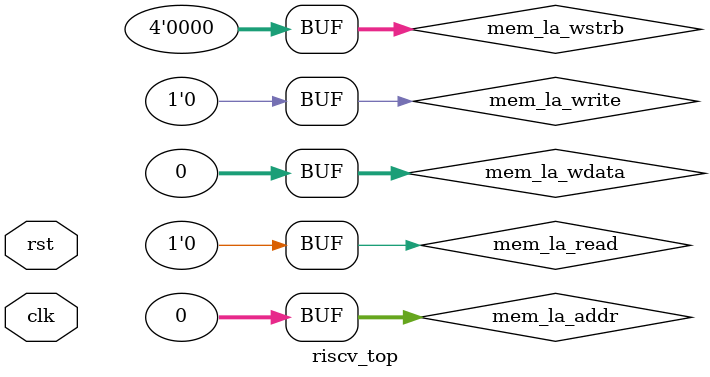
<source format=v>
`timescale 1ns / 1ps

module riscv_top (
    input wire clk,
    input wire rst          // ACTIVE-HIGH reset from testbench
);

    // CPU <-> memory bus
    wire        mem_valid;
    wire        mem_instr;
    wire        mem_ready;
    wire [31:0] mem_addr;
    wire [31:0] mem_wdata;
    wire [3:0]  mem_wstrb;
    wire [31:0] mem_rdata;

    // Unified instruction/data memory
    assign mem_instr = mem_valid;

    // Lookahead (unused)
    wire        mem_la_read  = 1'b0;
    wire        mem_la_write = 1'b0;
    wire [31:0] mem_la_addr  = 32'b0;
    wire [31:0] mem_la_wdata = 32'b0;
    wire [3:0]  mem_la_wstrb = 4'b0;

    // PCPI interface
    wire        pcpi_valid, pcpi_wr, pcpi_wait, pcpi_ready;
    wire [31:0] pcpi_insn, pcpi_rs1, pcpi_rs2, pcpi_rd;

    // Unused CPU outputs
    wire        trap;
    wire [31:0] eoi;
    wire        trace_valid;
    wire [35:0] trace_data;

    // ---------------------- CPU core ----------------------
    picorv32 #(
        .ENABLE_PCPI(1),
        .ENABLE_MUL(1),
        .ENABLE_DIV(1),
        .ENABLE_IRQ(0),
        .ENABLE_TRACE(0),
        .ENABLE_REGS_DUALPORT(1),
        .ENABLE_REGS_16_31(1),
        .LATCHED_MEM_RDATA(0),
        .PROGADDR_RESET(32'h00000000),
        .PROGADDR_IRQ(   32'h00000010),
        .STACKADDR(      32'h00100000)
    ) cpu_core (
        .clk        (clk),
        .resetn     (~rst),     // ACTIVE-LOW reset INTO CPU

        .mem_valid  (mem_valid),
        .mem_instr  (mem_instr),
        .mem_ready  (mem_ready),
        .mem_addr   (mem_addr),
        .mem_wdata  (mem_wdata),
        .mem_wstrb  (mem_wstrb),
        .mem_rdata  (mem_rdata),

        .mem_la_read(mem_la_read),
        .mem_la_write(mem_la_write),
        .mem_la_addr(mem_la_addr),
        .mem_la_wdata(mem_la_wdata),
        .mem_la_wstrb(mem_la_wstrb),

        .pcpi_valid(pcpi_valid),
        .pcpi_insn(pcpi_insn),
        .pcpi_rs1(pcpi_rs1),
        .pcpi_rs2(pcpi_rs2),
        .pcpi_wr(pcpi_wr),
        .pcpi_rd(pcpi_rd),
        .pcpi_wait(pcpi_wait),
        .pcpi_ready(pcpi_ready),

        .irq(32'b0),
        .eoi(eoi),
        .trace_valid(trace_valid),
        .trace_data(trace_data),
        .trap(trap)
    );

    // ---------------------- PCPI SHA ----------------------
    pcpi_sha sha_accel (
        .pcpi_valid(pcpi_valid),
        .pcpi_insn(pcpi_insn),
        .pcpi_rs1(pcpi_rs1),
        .pcpi_rs2(pcpi_rs2),
        .pcpi_wr(pcpi_wr),
        .pcpi_rd(pcpi_rd),
        .pcpi_wait(pcpi_wait),
        .pcpi_ready(pcpi_ready)
    );

    // ---------------------- RAM ----------------------
    ram_model #(
        .DATA_WIDTH (32),
        .ADDR_WIDTH (20),
        .MEM_FILE   ("sim/program.mem")
    ) ram_inst (
        .clk       (clk),
        .resetn    (~rst),      // SAME reset polarity as CPU
        .mem_valid (mem_valid),
        .mem_wstrb (mem_wstrb),
        .mem_addr  (mem_addr),
        .mem_wdata (mem_wdata),
        .mem_rdata (mem_rdata),
        .mem_ready (mem_ready)
    );

endmodule

</source>
